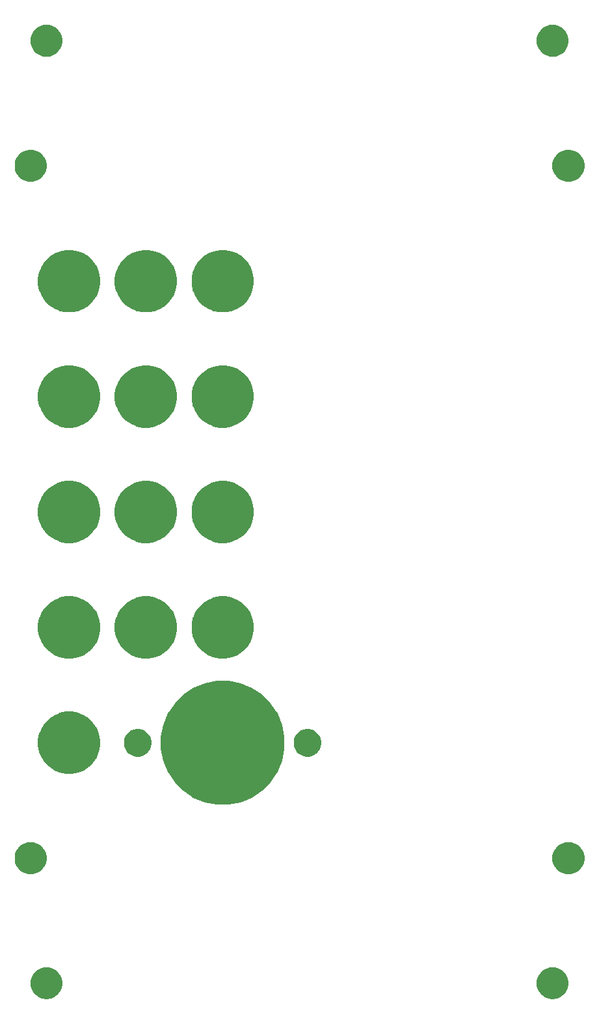
<source format=gts>
G04 #@! TF.GenerationSoftware,KiCad,Pcbnew,(5.1.0)-1*
G04 #@! TF.CreationDate,2019-05-29T13:36:30-04:00*
G04 #@! TF.ProjectId,MIDI Controller_Panel,4d494449-2043-46f6-9e74-726f6c6c6572,rev?*
G04 #@! TF.SameCoordinates,Original*
G04 #@! TF.FileFunction,Soldermask,Top*
G04 #@! TF.FilePolarity,Negative*
%FSLAX46Y46*%
G04 Gerber Fmt 4.6, Leading zero omitted, Abs format (unit mm)*
G04 Created by KiCad (PCBNEW (5.1.0)-1) date 2019-05-29 13:36:30*
%MOMM*%
%LPD*%
G04 APERTURE LIST*
%ADD10C,0.100000*%
G04 APERTURE END LIST*
D10*
G36*
X103806373Y-153457024D02*
G01*
X104007589Y-153497048D01*
X104386671Y-153654069D01*
X104727835Y-153882028D01*
X105017972Y-154172165D01*
X105245931Y-154513329D01*
X105402952Y-154892411D01*
X105483000Y-155294842D01*
X105483000Y-155705158D01*
X105402952Y-156107589D01*
X105245931Y-156486671D01*
X105017972Y-156827835D01*
X104727835Y-157117972D01*
X104386671Y-157345931D01*
X104007589Y-157502952D01*
X103806373Y-157542976D01*
X103605159Y-157583000D01*
X103194841Y-157583000D01*
X102993627Y-157542976D01*
X102792411Y-157502952D01*
X102413329Y-157345931D01*
X102072165Y-157117972D01*
X101782028Y-156827835D01*
X101554069Y-156486671D01*
X101397048Y-156107589D01*
X101317000Y-155705158D01*
X101317000Y-155294842D01*
X101397048Y-154892411D01*
X101554069Y-154513329D01*
X101782028Y-154172165D01*
X102072165Y-153882028D01*
X102413329Y-153654069D01*
X102792411Y-153497048D01*
X102993627Y-153457024D01*
X103194841Y-153417000D01*
X103605159Y-153417000D01*
X103806373Y-153457024D01*
X103806373Y-153457024D01*
G37*
G36*
X37906373Y-153457024D02*
G01*
X38107589Y-153497048D01*
X38486671Y-153654069D01*
X38827835Y-153882028D01*
X39117972Y-154172165D01*
X39345931Y-154513329D01*
X39502952Y-154892411D01*
X39583000Y-155294842D01*
X39583000Y-155705158D01*
X39502952Y-156107589D01*
X39345931Y-156486671D01*
X39117972Y-156827835D01*
X38827835Y-157117972D01*
X38486671Y-157345931D01*
X38107589Y-157502952D01*
X37906373Y-157542976D01*
X37705159Y-157583000D01*
X37294841Y-157583000D01*
X37093627Y-157542976D01*
X36892411Y-157502952D01*
X36513329Y-157345931D01*
X36172165Y-157117972D01*
X35882028Y-156827835D01*
X35654069Y-156486671D01*
X35497048Y-156107589D01*
X35417000Y-155705158D01*
X35417000Y-155294842D01*
X35497048Y-154892411D01*
X35654069Y-154513329D01*
X35882028Y-154172165D01*
X36172165Y-153882028D01*
X36513329Y-153654069D01*
X36892411Y-153497048D01*
X37093627Y-153457024D01*
X37294841Y-153417000D01*
X37705159Y-153417000D01*
X37906373Y-153457024D01*
X37906373Y-153457024D01*
G37*
G36*
X35856373Y-137207024D02*
G01*
X36057589Y-137247048D01*
X36436671Y-137404069D01*
X36777835Y-137632028D01*
X37067972Y-137922165D01*
X37295931Y-138263329D01*
X37452952Y-138642411D01*
X37533000Y-139044842D01*
X37533000Y-139455158D01*
X37452952Y-139857589D01*
X37295931Y-140236671D01*
X37067972Y-140577835D01*
X36777835Y-140867972D01*
X36436671Y-141095931D01*
X36057589Y-141252952D01*
X35655159Y-141333000D01*
X35244841Y-141333000D01*
X34842411Y-141252952D01*
X34463329Y-141095931D01*
X34122165Y-140867972D01*
X33832028Y-140577835D01*
X33604069Y-140236671D01*
X33447048Y-139857589D01*
X33367000Y-139455158D01*
X33367000Y-139044842D01*
X33447048Y-138642411D01*
X33604069Y-138263329D01*
X33832028Y-137922165D01*
X34122165Y-137632028D01*
X34463329Y-137404069D01*
X34842411Y-137247048D01*
X35043627Y-137207024D01*
X35244841Y-137167000D01*
X35655159Y-137167000D01*
X35856373Y-137207024D01*
X35856373Y-137207024D01*
G37*
G36*
X105856373Y-137207024D02*
G01*
X106057589Y-137247048D01*
X106436671Y-137404069D01*
X106777835Y-137632028D01*
X107067972Y-137922165D01*
X107295931Y-138263329D01*
X107452952Y-138642411D01*
X107533000Y-139044842D01*
X107533000Y-139455158D01*
X107452952Y-139857589D01*
X107295931Y-140236671D01*
X107067972Y-140577835D01*
X106777835Y-140867972D01*
X106436671Y-141095931D01*
X106057589Y-141252952D01*
X105655159Y-141333000D01*
X105244841Y-141333000D01*
X104842411Y-141252952D01*
X104463329Y-141095931D01*
X104122165Y-140867972D01*
X103832028Y-140577835D01*
X103604069Y-140236671D01*
X103447048Y-139857589D01*
X103367000Y-139455158D01*
X103367000Y-139044842D01*
X103447048Y-138642411D01*
X103604069Y-138263329D01*
X103832028Y-137922165D01*
X104122165Y-137632028D01*
X104463329Y-137404069D01*
X104842411Y-137247048D01*
X105043627Y-137207024D01*
X105244841Y-137167000D01*
X105655159Y-137167000D01*
X105856373Y-137207024D01*
X105856373Y-137207024D01*
G37*
G36*
X62798389Y-116508395D02*
G01*
X64263577Y-117115296D01*
X64263578Y-117115297D01*
X65582213Y-117996380D01*
X66703620Y-119117787D01*
X67292341Y-119998871D01*
X67584704Y-120436423D01*
X68191605Y-121901611D01*
X68501000Y-123457044D01*
X68501000Y-125042956D01*
X68191605Y-126598389D01*
X67584704Y-128063577D01*
X67530083Y-128145323D01*
X66703620Y-129382213D01*
X65582213Y-130503620D01*
X64701129Y-131092341D01*
X64263577Y-131384704D01*
X62798389Y-131991605D01*
X61242956Y-132301000D01*
X59657044Y-132301000D01*
X58101611Y-131991605D01*
X56636423Y-131384704D01*
X56198871Y-131092341D01*
X55317787Y-130503620D01*
X54196380Y-129382213D01*
X53369917Y-128145323D01*
X53315296Y-128063577D01*
X52708395Y-126598389D01*
X52399000Y-125042956D01*
X52399000Y-123457044D01*
X52708395Y-121901611D01*
X53315296Y-120436423D01*
X53607659Y-119998871D01*
X54196380Y-119117787D01*
X55317787Y-117996380D01*
X56636422Y-117115297D01*
X56636423Y-117115296D01*
X58101611Y-116508395D01*
X59657044Y-116199000D01*
X61242956Y-116199000D01*
X62798389Y-116508395D01*
X62798389Y-116508395D01*
G37*
G36*
X41631632Y-120354677D02*
G01*
X41937005Y-120481167D01*
X42368868Y-120660050D01*
X43032362Y-121103383D01*
X43596617Y-121667638D01*
X44039950Y-122331132D01*
X44218833Y-122762995D01*
X44345323Y-123068368D01*
X44501000Y-123851010D01*
X44501000Y-124648990D01*
X44345323Y-125431632D01*
X44255316Y-125648928D01*
X44039950Y-126168868D01*
X43596617Y-126832362D01*
X43032362Y-127396617D01*
X42368868Y-127839950D01*
X41937005Y-128018833D01*
X41631632Y-128145323D01*
X40848990Y-128301000D01*
X40051010Y-128301000D01*
X39268368Y-128145323D01*
X38962995Y-128018833D01*
X38531132Y-127839950D01*
X37867638Y-127396617D01*
X37303383Y-126832362D01*
X36860050Y-126168868D01*
X36644684Y-125648928D01*
X36554677Y-125431632D01*
X36399000Y-124648990D01*
X36399000Y-123851010D01*
X36554677Y-123068368D01*
X36681167Y-122762995D01*
X36860050Y-122331132D01*
X37303383Y-121667638D01*
X37867638Y-121103383D01*
X38531132Y-120660050D01*
X38962995Y-120481167D01*
X39268368Y-120354677D01*
X40051010Y-120199000D01*
X40848990Y-120199000D01*
X41631632Y-120354677D01*
X41631632Y-120354677D01*
G37*
G36*
X49925331Y-122518211D02*
G01*
X50253092Y-122653974D01*
X50548070Y-122851072D01*
X50798928Y-123101930D01*
X50996026Y-123396908D01*
X51131789Y-123724669D01*
X51201000Y-124072616D01*
X51201000Y-124427384D01*
X51131789Y-124775331D01*
X50996026Y-125103092D01*
X50798928Y-125398070D01*
X50548070Y-125648928D01*
X50253092Y-125846026D01*
X49925331Y-125981789D01*
X49577384Y-126051000D01*
X49222616Y-126051000D01*
X48874669Y-125981789D01*
X48546908Y-125846026D01*
X48251930Y-125648928D01*
X48001072Y-125398070D01*
X47803974Y-125103092D01*
X47668211Y-124775331D01*
X47599000Y-124427384D01*
X47599000Y-124072616D01*
X47668211Y-123724669D01*
X47803974Y-123396908D01*
X48001072Y-123101930D01*
X48251930Y-122851072D01*
X48546908Y-122653974D01*
X48874669Y-122518211D01*
X49222616Y-122449000D01*
X49577384Y-122449000D01*
X49925331Y-122518211D01*
X49925331Y-122518211D01*
G37*
G36*
X72025331Y-122518211D02*
G01*
X72353092Y-122653974D01*
X72648070Y-122851072D01*
X72898928Y-123101930D01*
X73096026Y-123396908D01*
X73231789Y-123724669D01*
X73301000Y-124072616D01*
X73301000Y-124427384D01*
X73231789Y-124775331D01*
X73096026Y-125103092D01*
X72898928Y-125398070D01*
X72648070Y-125648928D01*
X72353092Y-125846026D01*
X72025331Y-125981789D01*
X71677384Y-126051000D01*
X71322616Y-126051000D01*
X70974669Y-125981789D01*
X70646908Y-125846026D01*
X70351930Y-125648928D01*
X70101072Y-125398070D01*
X69903974Y-125103092D01*
X69768211Y-124775331D01*
X69699000Y-124427384D01*
X69699000Y-124072616D01*
X69768211Y-123724669D01*
X69903974Y-123396908D01*
X70101072Y-123101930D01*
X70351930Y-122851072D01*
X70646908Y-122653974D01*
X70974669Y-122518211D01*
X71322616Y-122449000D01*
X71677384Y-122449000D01*
X72025331Y-122518211D01*
X72025331Y-122518211D01*
G37*
G36*
X51631632Y-105354677D02*
G01*
X51937005Y-105481167D01*
X52368868Y-105660050D01*
X53032362Y-106103383D01*
X53596617Y-106667638D01*
X54039950Y-107331132D01*
X54218833Y-107762995D01*
X54345323Y-108068368D01*
X54501000Y-108851010D01*
X54501000Y-109648990D01*
X54345323Y-110431632D01*
X54218833Y-110737005D01*
X54039950Y-111168868D01*
X53596617Y-111832362D01*
X53032362Y-112396617D01*
X52368868Y-112839950D01*
X51937005Y-113018833D01*
X51631632Y-113145323D01*
X50848990Y-113301000D01*
X50051010Y-113301000D01*
X49268368Y-113145323D01*
X48962995Y-113018833D01*
X48531132Y-112839950D01*
X47867638Y-112396617D01*
X47303383Y-111832362D01*
X46860050Y-111168868D01*
X46681167Y-110737005D01*
X46554677Y-110431632D01*
X46399000Y-109648990D01*
X46399000Y-108851010D01*
X46554677Y-108068368D01*
X46681167Y-107762995D01*
X46860050Y-107331132D01*
X47303383Y-106667638D01*
X47867638Y-106103383D01*
X48531132Y-105660050D01*
X48962995Y-105481167D01*
X49268368Y-105354677D01*
X50051010Y-105199000D01*
X50848990Y-105199000D01*
X51631632Y-105354677D01*
X51631632Y-105354677D01*
G37*
G36*
X61631632Y-105354677D02*
G01*
X61937005Y-105481167D01*
X62368868Y-105660050D01*
X63032362Y-106103383D01*
X63596617Y-106667638D01*
X64039950Y-107331132D01*
X64218833Y-107762995D01*
X64345323Y-108068368D01*
X64501000Y-108851010D01*
X64501000Y-109648990D01*
X64345323Y-110431632D01*
X64218833Y-110737005D01*
X64039950Y-111168868D01*
X63596617Y-111832362D01*
X63032362Y-112396617D01*
X62368868Y-112839950D01*
X61937005Y-113018833D01*
X61631632Y-113145323D01*
X60848990Y-113301000D01*
X60051010Y-113301000D01*
X59268368Y-113145323D01*
X58962995Y-113018833D01*
X58531132Y-112839950D01*
X57867638Y-112396617D01*
X57303383Y-111832362D01*
X56860050Y-111168868D01*
X56681167Y-110737005D01*
X56554677Y-110431632D01*
X56399000Y-109648990D01*
X56399000Y-108851010D01*
X56554677Y-108068368D01*
X56681167Y-107762995D01*
X56860050Y-107331132D01*
X57303383Y-106667638D01*
X57867638Y-106103383D01*
X58531132Y-105660050D01*
X58962995Y-105481167D01*
X59268368Y-105354677D01*
X60051010Y-105199000D01*
X60848990Y-105199000D01*
X61631632Y-105354677D01*
X61631632Y-105354677D01*
G37*
G36*
X41631632Y-105354677D02*
G01*
X41937005Y-105481167D01*
X42368868Y-105660050D01*
X43032362Y-106103383D01*
X43596617Y-106667638D01*
X44039950Y-107331132D01*
X44218833Y-107762995D01*
X44345323Y-108068368D01*
X44501000Y-108851010D01*
X44501000Y-109648990D01*
X44345323Y-110431632D01*
X44218833Y-110737005D01*
X44039950Y-111168868D01*
X43596617Y-111832362D01*
X43032362Y-112396617D01*
X42368868Y-112839950D01*
X41937005Y-113018833D01*
X41631632Y-113145323D01*
X40848990Y-113301000D01*
X40051010Y-113301000D01*
X39268368Y-113145323D01*
X38962995Y-113018833D01*
X38531132Y-112839950D01*
X37867638Y-112396617D01*
X37303383Y-111832362D01*
X36860050Y-111168868D01*
X36681167Y-110737005D01*
X36554677Y-110431632D01*
X36399000Y-109648990D01*
X36399000Y-108851010D01*
X36554677Y-108068368D01*
X36681167Y-107762995D01*
X36860050Y-107331132D01*
X37303383Y-106667638D01*
X37867638Y-106103383D01*
X38531132Y-105660050D01*
X38962995Y-105481167D01*
X39268368Y-105354677D01*
X40051010Y-105199000D01*
X40848990Y-105199000D01*
X41631632Y-105354677D01*
X41631632Y-105354677D01*
G37*
G36*
X51631632Y-90354677D02*
G01*
X51937005Y-90481167D01*
X52368868Y-90660050D01*
X53032362Y-91103383D01*
X53596617Y-91667638D01*
X54039950Y-92331132D01*
X54218833Y-92762995D01*
X54345323Y-93068368D01*
X54501000Y-93851010D01*
X54501000Y-94648990D01*
X54345323Y-95431632D01*
X54218833Y-95737005D01*
X54039950Y-96168868D01*
X53596617Y-96832362D01*
X53032362Y-97396617D01*
X52368868Y-97839950D01*
X51937005Y-98018833D01*
X51631632Y-98145323D01*
X50848990Y-98301000D01*
X50051010Y-98301000D01*
X49268368Y-98145323D01*
X48962995Y-98018833D01*
X48531132Y-97839950D01*
X47867638Y-97396617D01*
X47303383Y-96832362D01*
X46860050Y-96168868D01*
X46681167Y-95737005D01*
X46554677Y-95431632D01*
X46399000Y-94648990D01*
X46399000Y-93851010D01*
X46554677Y-93068368D01*
X46681167Y-92762995D01*
X46860050Y-92331132D01*
X47303383Y-91667638D01*
X47867638Y-91103383D01*
X48531132Y-90660050D01*
X48962995Y-90481167D01*
X49268368Y-90354677D01*
X50051010Y-90199000D01*
X50848990Y-90199000D01*
X51631632Y-90354677D01*
X51631632Y-90354677D01*
G37*
G36*
X41631632Y-90354677D02*
G01*
X41937005Y-90481167D01*
X42368868Y-90660050D01*
X43032362Y-91103383D01*
X43596617Y-91667638D01*
X44039950Y-92331132D01*
X44218833Y-92762995D01*
X44345323Y-93068368D01*
X44501000Y-93851010D01*
X44501000Y-94648990D01*
X44345323Y-95431632D01*
X44218833Y-95737005D01*
X44039950Y-96168868D01*
X43596617Y-96832362D01*
X43032362Y-97396617D01*
X42368868Y-97839950D01*
X41937005Y-98018833D01*
X41631632Y-98145323D01*
X40848990Y-98301000D01*
X40051010Y-98301000D01*
X39268368Y-98145323D01*
X38962995Y-98018833D01*
X38531132Y-97839950D01*
X37867638Y-97396617D01*
X37303383Y-96832362D01*
X36860050Y-96168868D01*
X36681167Y-95737005D01*
X36554677Y-95431632D01*
X36399000Y-94648990D01*
X36399000Y-93851010D01*
X36554677Y-93068368D01*
X36681167Y-92762995D01*
X36860050Y-92331132D01*
X37303383Y-91667638D01*
X37867638Y-91103383D01*
X38531132Y-90660050D01*
X38962995Y-90481167D01*
X39268368Y-90354677D01*
X40051010Y-90199000D01*
X40848990Y-90199000D01*
X41631632Y-90354677D01*
X41631632Y-90354677D01*
G37*
G36*
X61631632Y-90354677D02*
G01*
X61937005Y-90481167D01*
X62368868Y-90660050D01*
X63032362Y-91103383D01*
X63596617Y-91667638D01*
X64039950Y-92331132D01*
X64218833Y-92762995D01*
X64345323Y-93068368D01*
X64501000Y-93851010D01*
X64501000Y-94648990D01*
X64345323Y-95431632D01*
X64218833Y-95737005D01*
X64039950Y-96168868D01*
X63596617Y-96832362D01*
X63032362Y-97396617D01*
X62368868Y-97839950D01*
X61937005Y-98018833D01*
X61631632Y-98145323D01*
X60848990Y-98301000D01*
X60051010Y-98301000D01*
X59268368Y-98145323D01*
X58962995Y-98018833D01*
X58531132Y-97839950D01*
X57867638Y-97396617D01*
X57303383Y-96832362D01*
X56860050Y-96168868D01*
X56681167Y-95737005D01*
X56554677Y-95431632D01*
X56399000Y-94648990D01*
X56399000Y-93851010D01*
X56554677Y-93068368D01*
X56681167Y-92762995D01*
X56860050Y-92331132D01*
X57303383Y-91667638D01*
X57867638Y-91103383D01*
X58531132Y-90660050D01*
X58962995Y-90481167D01*
X59268368Y-90354677D01*
X60051010Y-90199000D01*
X60848990Y-90199000D01*
X61631632Y-90354677D01*
X61631632Y-90354677D01*
G37*
G36*
X61631632Y-75354677D02*
G01*
X61937005Y-75481167D01*
X62368868Y-75660050D01*
X63032362Y-76103383D01*
X63596617Y-76667638D01*
X64039950Y-77331132D01*
X64218833Y-77762995D01*
X64345323Y-78068368D01*
X64501000Y-78851010D01*
X64501000Y-79648990D01*
X64345323Y-80431632D01*
X64218833Y-80737005D01*
X64039950Y-81168868D01*
X63596617Y-81832362D01*
X63032362Y-82396617D01*
X62368868Y-82839950D01*
X61937005Y-83018833D01*
X61631632Y-83145323D01*
X60848990Y-83301000D01*
X60051010Y-83301000D01*
X59268368Y-83145323D01*
X58962995Y-83018833D01*
X58531132Y-82839950D01*
X57867638Y-82396617D01*
X57303383Y-81832362D01*
X56860050Y-81168868D01*
X56681167Y-80737005D01*
X56554677Y-80431632D01*
X56399000Y-79648990D01*
X56399000Y-78851010D01*
X56554677Y-78068368D01*
X56681167Y-77762995D01*
X56860050Y-77331132D01*
X57303383Y-76667638D01*
X57867638Y-76103383D01*
X58531132Y-75660050D01*
X58962995Y-75481167D01*
X59268368Y-75354677D01*
X60051010Y-75199000D01*
X60848990Y-75199000D01*
X61631632Y-75354677D01*
X61631632Y-75354677D01*
G37*
G36*
X51631632Y-75354677D02*
G01*
X51937005Y-75481167D01*
X52368868Y-75660050D01*
X53032362Y-76103383D01*
X53596617Y-76667638D01*
X54039950Y-77331132D01*
X54218833Y-77762995D01*
X54345323Y-78068368D01*
X54501000Y-78851010D01*
X54501000Y-79648990D01*
X54345323Y-80431632D01*
X54218833Y-80737005D01*
X54039950Y-81168868D01*
X53596617Y-81832362D01*
X53032362Y-82396617D01*
X52368868Y-82839950D01*
X51937005Y-83018833D01*
X51631632Y-83145323D01*
X50848990Y-83301000D01*
X50051010Y-83301000D01*
X49268368Y-83145323D01*
X48962995Y-83018833D01*
X48531132Y-82839950D01*
X47867638Y-82396617D01*
X47303383Y-81832362D01*
X46860050Y-81168868D01*
X46681167Y-80737005D01*
X46554677Y-80431632D01*
X46399000Y-79648990D01*
X46399000Y-78851010D01*
X46554677Y-78068368D01*
X46681167Y-77762995D01*
X46860050Y-77331132D01*
X47303383Y-76667638D01*
X47867638Y-76103383D01*
X48531132Y-75660050D01*
X48962995Y-75481167D01*
X49268368Y-75354677D01*
X50051010Y-75199000D01*
X50848990Y-75199000D01*
X51631632Y-75354677D01*
X51631632Y-75354677D01*
G37*
G36*
X41631632Y-75354677D02*
G01*
X41937005Y-75481167D01*
X42368868Y-75660050D01*
X43032362Y-76103383D01*
X43596617Y-76667638D01*
X44039950Y-77331132D01*
X44218833Y-77762995D01*
X44345323Y-78068368D01*
X44501000Y-78851010D01*
X44501000Y-79648990D01*
X44345323Y-80431632D01*
X44218833Y-80737005D01*
X44039950Y-81168868D01*
X43596617Y-81832362D01*
X43032362Y-82396617D01*
X42368868Y-82839950D01*
X41937005Y-83018833D01*
X41631632Y-83145323D01*
X40848990Y-83301000D01*
X40051010Y-83301000D01*
X39268368Y-83145323D01*
X38962995Y-83018833D01*
X38531132Y-82839950D01*
X37867638Y-82396617D01*
X37303383Y-81832362D01*
X36860050Y-81168868D01*
X36681167Y-80737005D01*
X36554677Y-80431632D01*
X36399000Y-79648990D01*
X36399000Y-78851010D01*
X36554677Y-78068368D01*
X36681167Y-77762995D01*
X36860050Y-77331132D01*
X37303383Y-76667638D01*
X37867638Y-76103383D01*
X38531132Y-75660050D01*
X38962995Y-75481167D01*
X39268368Y-75354677D01*
X40051010Y-75199000D01*
X40848990Y-75199000D01*
X41631632Y-75354677D01*
X41631632Y-75354677D01*
G37*
G36*
X51631632Y-60354677D02*
G01*
X51937005Y-60481167D01*
X52368868Y-60660050D01*
X53032362Y-61103383D01*
X53596617Y-61667638D01*
X54039950Y-62331132D01*
X54218833Y-62762995D01*
X54345323Y-63068368D01*
X54501000Y-63851010D01*
X54501000Y-64648990D01*
X54345323Y-65431632D01*
X54218833Y-65737005D01*
X54039950Y-66168868D01*
X53596617Y-66832362D01*
X53032362Y-67396617D01*
X52368868Y-67839950D01*
X51937005Y-68018833D01*
X51631632Y-68145323D01*
X50848990Y-68301000D01*
X50051010Y-68301000D01*
X49268368Y-68145323D01*
X48962995Y-68018833D01*
X48531132Y-67839950D01*
X47867638Y-67396617D01*
X47303383Y-66832362D01*
X46860050Y-66168868D01*
X46681167Y-65737005D01*
X46554677Y-65431632D01*
X46399000Y-64648990D01*
X46399000Y-63851010D01*
X46554677Y-63068368D01*
X46681167Y-62762995D01*
X46860050Y-62331132D01*
X47303383Y-61667638D01*
X47867638Y-61103383D01*
X48531132Y-60660050D01*
X48962995Y-60481167D01*
X49268368Y-60354677D01*
X50051010Y-60199000D01*
X50848990Y-60199000D01*
X51631632Y-60354677D01*
X51631632Y-60354677D01*
G37*
G36*
X61631632Y-60354677D02*
G01*
X61937005Y-60481167D01*
X62368868Y-60660050D01*
X63032362Y-61103383D01*
X63596617Y-61667638D01*
X64039950Y-62331132D01*
X64218833Y-62762995D01*
X64345323Y-63068368D01*
X64501000Y-63851010D01*
X64501000Y-64648990D01*
X64345323Y-65431632D01*
X64218833Y-65737005D01*
X64039950Y-66168868D01*
X63596617Y-66832362D01*
X63032362Y-67396617D01*
X62368868Y-67839950D01*
X61937005Y-68018833D01*
X61631632Y-68145323D01*
X60848990Y-68301000D01*
X60051010Y-68301000D01*
X59268368Y-68145323D01*
X58962995Y-68018833D01*
X58531132Y-67839950D01*
X57867638Y-67396617D01*
X57303383Y-66832362D01*
X56860050Y-66168868D01*
X56681167Y-65737005D01*
X56554677Y-65431632D01*
X56399000Y-64648990D01*
X56399000Y-63851010D01*
X56554677Y-63068368D01*
X56681167Y-62762995D01*
X56860050Y-62331132D01*
X57303383Y-61667638D01*
X57867638Y-61103383D01*
X58531132Y-60660050D01*
X58962995Y-60481167D01*
X59268368Y-60354677D01*
X60051010Y-60199000D01*
X60848990Y-60199000D01*
X61631632Y-60354677D01*
X61631632Y-60354677D01*
G37*
G36*
X41631632Y-60354677D02*
G01*
X41937005Y-60481167D01*
X42368868Y-60660050D01*
X43032362Y-61103383D01*
X43596617Y-61667638D01*
X44039950Y-62331132D01*
X44218833Y-62762995D01*
X44345323Y-63068368D01*
X44501000Y-63851010D01*
X44501000Y-64648990D01*
X44345323Y-65431632D01*
X44218833Y-65737005D01*
X44039950Y-66168868D01*
X43596617Y-66832362D01*
X43032362Y-67396617D01*
X42368868Y-67839950D01*
X41937005Y-68018833D01*
X41631632Y-68145323D01*
X40848990Y-68301000D01*
X40051010Y-68301000D01*
X39268368Y-68145323D01*
X38962995Y-68018833D01*
X38531132Y-67839950D01*
X37867638Y-67396617D01*
X37303383Y-66832362D01*
X36860050Y-66168868D01*
X36681167Y-65737005D01*
X36554677Y-65431632D01*
X36399000Y-64648990D01*
X36399000Y-63851010D01*
X36554677Y-63068368D01*
X36681167Y-62762995D01*
X36860050Y-62331132D01*
X37303383Y-61667638D01*
X37867638Y-61103383D01*
X38531132Y-60660050D01*
X38962995Y-60481167D01*
X39268368Y-60354677D01*
X40051010Y-60199000D01*
X40848990Y-60199000D01*
X41631632Y-60354677D01*
X41631632Y-60354677D01*
G37*
G36*
X106057589Y-47247048D02*
G01*
X106436671Y-47404069D01*
X106777835Y-47632028D01*
X107067972Y-47922165D01*
X107295931Y-48263329D01*
X107452952Y-48642411D01*
X107533000Y-49044842D01*
X107533000Y-49455158D01*
X107452952Y-49857589D01*
X107295931Y-50236671D01*
X107067972Y-50577835D01*
X106777835Y-50867972D01*
X106436671Y-51095931D01*
X106057589Y-51252952D01*
X105655159Y-51333000D01*
X105244841Y-51333000D01*
X104842411Y-51252952D01*
X104463329Y-51095931D01*
X104122165Y-50867972D01*
X103832028Y-50577835D01*
X103604069Y-50236671D01*
X103447048Y-49857589D01*
X103367000Y-49455158D01*
X103367000Y-49044842D01*
X103447048Y-48642411D01*
X103604069Y-48263329D01*
X103832028Y-47922165D01*
X104122165Y-47632028D01*
X104463329Y-47404069D01*
X104842411Y-47247048D01*
X105244841Y-47167000D01*
X105655159Y-47167000D01*
X106057589Y-47247048D01*
X106057589Y-47247048D01*
G37*
G36*
X36057589Y-47247048D02*
G01*
X36436671Y-47404069D01*
X36777835Y-47632028D01*
X37067972Y-47922165D01*
X37295931Y-48263329D01*
X37452952Y-48642411D01*
X37533000Y-49044842D01*
X37533000Y-49455158D01*
X37452952Y-49857589D01*
X37295931Y-50236671D01*
X37067972Y-50577835D01*
X36777835Y-50867972D01*
X36436671Y-51095931D01*
X36057589Y-51252952D01*
X35655159Y-51333000D01*
X35244841Y-51333000D01*
X34842411Y-51252952D01*
X34463329Y-51095931D01*
X34122165Y-50867972D01*
X33832028Y-50577835D01*
X33604069Y-50236671D01*
X33447048Y-49857589D01*
X33367000Y-49455158D01*
X33367000Y-49044842D01*
X33447048Y-48642411D01*
X33604069Y-48263329D01*
X33832028Y-47922165D01*
X34122165Y-47632028D01*
X34463329Y-47404069D01*
X34842411Y-47247048D01*
X35244841Y-47167000D01*
X35655159Y-47167000D01*
X36057589Y-47247048D01*
X36057589Y-47247048D01*
G37*
G36*
X103806373Y-30957024D02*
G01*
X104007589Y-30997048D01*
X104386671Y-31154069D01*
X104727835Y-31382028D01*
X105017972Y-31672165D01*
X105245931Y-32013329D01*
X105402952Y-32392411D01*
X105483000Y-32794842D01*
X105483000Y-33205158D01*
X105402952Y-33607589D01*
X105245931Y-33986671D01*
X105017972Y-34327835D01*
X104727835Y-34617972D01*
X104386671Y-34845931D01*
X104007589Y-35002952D01*
X103806373Y-35042976D01*
X103605159Y-35083000D01*
X103194841Y-35083000D01*
X102993627Y-35042976D01*
X102792411Y-35002952D01*
X102413329Y-34845931D01*
X102072165Y-34617972D01*
X101782028Y-34327835D01*
X101554069Y-33986671D01*
X101397048Y-33607589D01*
X101317000Y-33205158D01*
X101317000Y-32794842D01*
X101397048Y-32392411D01*
X101554069Y-32013329D01*
X101782028Y-31672165D01*
X102072165Y-31382028D01*
X102413329Y-31154069D01*
X102792411Y-30997048D01*
X102993627Y-30957024D01*
X103194841Y-30917000D01*
X103605159Y-30917000D01*
X103806373Y-30957024D01*
X103806373Y-30957024D01*
G37*
G36*
X37906373Y-30957024D02*
G01*
X38107589Y-30997048D01*
X38486671Y-31154069D01*
X38827835Y-31382028D01*
X39117972Y-31672165D01*
X39345931Y-32013329D01*
X39502952Y-32392411D01*
X39583000Y-32794842D01*
X39583000Y-33205158D01*
X39502952Y-33607589D01*
X39345931Y-33986671D01*
X39117972Y-34327835D01*
X38827835Y-34617972D01*
X38486671Y-34845931D01*
X38107589Y-35002952D01*
X37906373Y-35042976D01*
X37705159Y-35083000D01*
X37294841Y-35083000D01*
X37093627Y-35042976D01*
X36892411Y-35002952D01*
X36513329Y-34845931D01*
X36172165Y-34617972D01*
X35882028Y-34327835D01*
X35654069Y-33986671D01*
X35497048Y-33607589D01*
X35417000Y-33205158D01*
X35417000Y-32794842D01*
X35497048Y-32392411D01*
X35654069Y-32013329D01*
X35882028Y-31672165D01*
X36172165Y-31382028D01*
X36513329Y-31154069D01*
X36892411Y-30997048D01*
X37093627Y-30957024D01*
X37294841Y-30917000D01*
X37705159Y-30917000D01*
X37906373Y-30957024D01*
X37906373Y-30957024D01*
G37*
M02*

</source>
